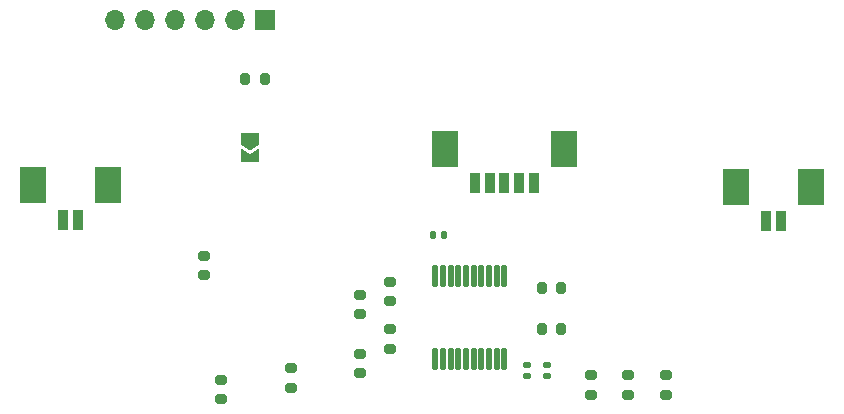
<source format=gbs>
G04 #@! TF.GenerationSoftware,KiCad,Pcbnew,8.0.9*
G04 #@! TF.CreationDate,2025-09-17T21:58:30+09:00*
G04 #@! TF.ProjectId,usb_sfc_pad,7573625f-7366-4635-9f70-61642e6b6963,rev?*
G04 #@! TF.SameCoordinates,Original*
G04 #@! TF.FileFunction,Soldermask,Bot*
G04 #@! TF.FilePolarity,Negative*
%FSLAX46Y46*%
G04 Gerber Fmt 4.6, Leading zero omitted, Abs format (unit mm)*
G04 Created by KiCad (PCBNEW 8.0.9) date 2025-09-17 21:58:30*
%MOMM*%
%LPD*%
G01*
G04 APERTURE LIST*
G04 Aperture macros list*
%AMRoundRect*
0 Rectangle with rounded corners*
0 $1 Rounding radius*
0 $2 $3 $4 $5 $6 $7 $8 $9 X,Y pos of 4 corners*
0 Add a 4 corners polygon primitive as box body*
4,1,4,$2,$3,$4,$5,$6,$7,$8,$9,$2,$3,0*
0 Add four circle primitives for the rounded corners*
1,1,$1+$1,$2,$3*
1,1,$1+$1,$4,$5*
1,1,$1+$1,$6,$7*
1,1,$1+$1,$8,$9*
0 Add four rect primitives between the rounded corners*
20,1,$1+$1,$2,$3,$4,$5,0*
20,1,$1+$1,$4,$5,$6,$7,0*
20,1,$1+$1,$6,$7,$8,$9,0*
20,1,$1+$1,$8,$9,$2,$3,0*%
%AMFreePoly0*
4,1,6,1.000000,0.000000,0.500000,-0.750000,-0.500000,-0.750000,-0.500000,0.750000,0.500000,0.750000,1.000000,0.000000,1.000000,0.000000,$1*%
%AMFreePoly1*
4,1,6,0.500000,-0.750000,-0.650000,-0.750000,-0.150000,0.000000,-0.650000,0.750000,0.500000,0.750000,0.500000,-0.750000,0.500000,-0.750000,$1*%
G04 Aperture macros list end*
%ADD10R,0.812800X1.701800*%
%ADD11R,2.209800X3.098800*%
%ADD12RoundRect,0.200000X-0.275000X0.200000X-0.275000X-0.200000X0.275000X-0.200000X0.275000X0.200000X0*%
%ADD13RoundRect,0.200000X0.200000X0.275000X-0.200000X0.275000X-0.200000X-0.275000X0.200000X-0.275000X0*%
%ADD14RoundRect,0.200000X0.275000X-0.200000X0.275000X0.200000X-0.275000X0.200000X-0.275000X-0.200000X0*%
%ADD15FreePoly0,270.000000*%
%ADD16FreePoly1,270.000000*%
%ADD17RoundRect,0.140000X0.170000X-0.140000X0.170000X0.140000X-0.170000X0.140000X-0.170000X-0.140000X0*%
%ADD18RoundRect,0.140000X-0.140000X-0.170000X0.140000X-0.170000X0.140000X0.170000X-0.140000X0.170000X0*%
%ADD19RoundRect,0.112500X0.112500X-0.837500X0.112500X0.837500X-0.112500X0.837500X-0.112500X-0.837500X0*%
%ADD20R,1.700000X1.700000*%
%ADD21O,1.700000X1.700000*%
G04 APERTURE END LIST*
D10*
X165800000Y-103800000D03*
X167050000Y-103800000D03*
X168300000Y-103800000D03*
X169550000Y-103800000D03*
X170800000Y-103800000D03*
D11*
X173350000Y-100900001D03*
X163250000Y-100900001D03*
D12*
X182000000Y-120075000D03*
X182000000Y-121725000D03*
X158600000Y-112175000D03*
X158600000Y-113825000D03*
D13*
X173125000Y-116200000D03*
X171475000Y-116200000D03*
D14*
X142900000Y-111625000D03*
X142900000Y-109975000D03*
D12*
X178800000Y-120075000D03*
X178800000Y-121725000D03*
D13*
X148025000Y-95000000D03*
X146375000Y-95000000D03*
D10*
X190475000Y-107004500D03*
X191725000Y-107004500D03*
D11*
X194275000Y-104104501D03*
X187925000Y-104104501D03*
D12*
X144300000Y-120475000D03*
X144300000Y-122125000D03*
D15*
X146800000Y-100075000D03*
D16*
X146800000Y-101525000D03*
D12*
X150200000Y-119475000D03*
X150200000Y-121125000D03*
D10*
X130950000Y-106899999D03*
X132200000Y-106899999D03*
D11*
X134750000Y-104000000D03*
X128400000Y-104000000D03*
D17*
X171900000Y-120180000D03*
X171900000Y-119220000D03*
D18*
X162220000Y-108200000D03*
X163180000Y-108200000D03*
D12*
X156100000Y-118275000D03*
X156100000Y-119925000D03*
D14*
X158600000Y-117825000D03*
X158600000Y-116175000D03*
D13*
X173125000Y-112700000D03*
X171475000Y-112700000D03*
D17*
X170200000Y-120180000D03*
X170200000Y-119220000D03*
D12*
X156100000Y-113275000D03*
X156100000Y-114925000D03*
X175600000Y-120075000D03*
X175600000Y-121725000D03*
D19*
X168300000Y-118700000D03*
X167650000Y-118700000D03*
X167000000Y-118700000D03*
X166350000Y-118700000D03*
X165700000Y-118700000D03*
X165050000Y-118700000D03*
X164400000Y-118700000D03*
X163750000Y-118700000D03*
X163100000Y-118700000D03*
X162450000Y-118700000D03*
X162450000Y-111700000D03*
X163100000Y-111700000D03*
X163750000Y-111700000D03*
X164400000Y-111700000D03*
X165050000Y-111700000D03*
X165700000Y-111700000D03*
X166350000Y-111700000D03*
X167000000Y-111700000D03*
X167650000Y-111700000D03*
X168300000Y-111700000D03*
D20*
X148020000Y-90000000D03*
D21*
X145480000Y-90000000D03*
X142940000Y-90000000D03*
X140400000Y-90000000D03*
X137860000Y-90000000D03*
X135320000Y-90000000D03*
M02*

</source>
